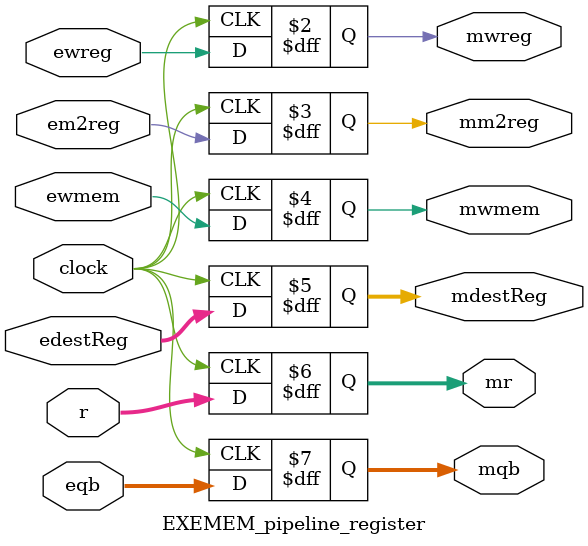
<source format=v>
`timescale 1ns / 1ps


module EXEMEM_pipeline_register(
    input ewreg,
    input em2reg,
    input ewmem,
    input [4:0] edestReg,
    input [31:0] r,
    input [31:0] eqb,
    input clock,
    output reg mwreg,
    output reg mm2reg,
    output reg mwmem,
    output reg [4:0] mdestReg,
    output reg [31:0] mr,
    output reg [31:0] mqb
    );
    always @(posedge clock) begin
        mwreg       <= ewreg; 
        mm2reg      <= em2reg;
        mwmem       <= ewmem;
        mdestReg    <= edestReg;
        mr          <= r;
        mqb         <= eqb;
    end
    
    
endmodule

</source>
